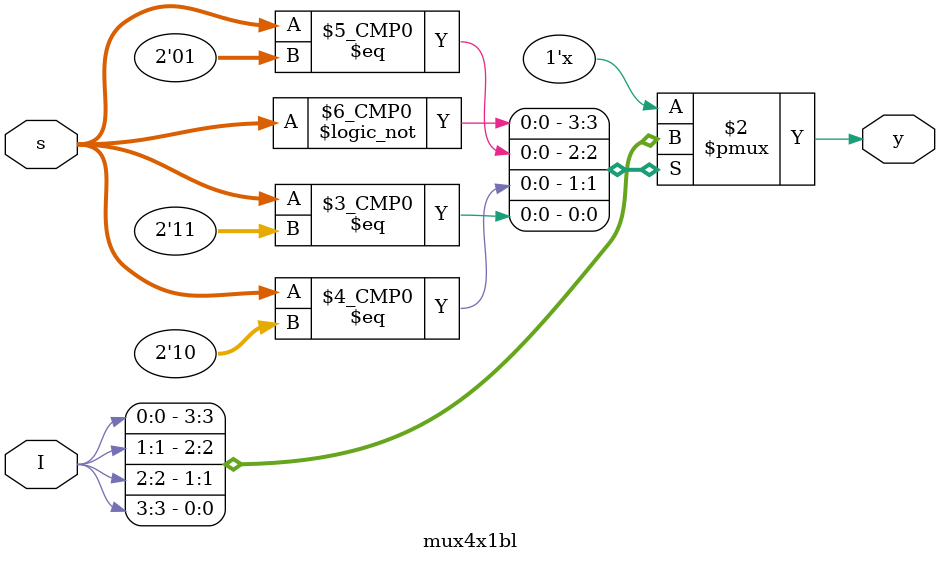
<source format=v>
module mux4x1bl(y,I,s);
	output reg y;
	input[1:0]s;
	input[3:0]I;
	always@(*)
	begin
		case(s)
	2'b00:y=I[0];
	2'b01:y=I[1];
	2'b10:y=I[2];
	2'b11:y=I[3];
		endcase
	end
	endmodule

</source>
